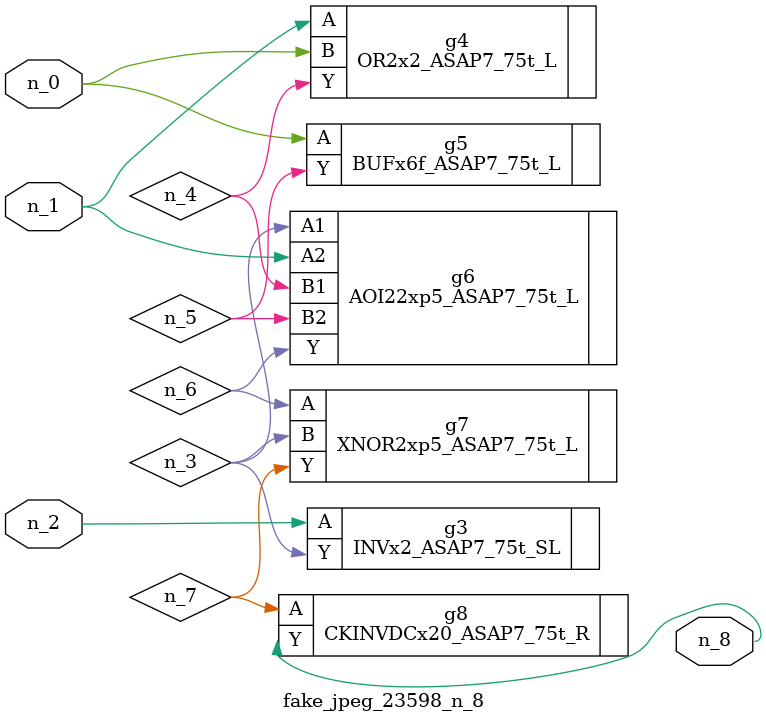
<source format=v>
module fake_jpeg_23598_n_8 (n_0, n_2, n_1, n_8);

input n_0;
input n_2;
input n_1;

output n_8;

wire n_3;
wire n_4;
wire n_6;
wire n_5;
wire n_7;

INVx2_ASAP7_75t_SL g3 ( 
.A(n_2),
.Y(n_3)
);

OR2x2_ASAP7_75t_L g4 ( 
.A(n_1),
.B(n_0),
.Y(n_4)
);

BUFx6f_ASAP7_75t_L g5 ( 
.A(n_0),
.Y(n_5)
);

AOI22xp5_ASAP7_75t_L g6 ( 
.A1(n_3),
.A2(n_1),
.B1(n_4),
.B2(n_5),
.Y(n_6)
);

XNOR2xp5_ASAP7_75t_L g7 ( 
.A(n_6),
.B(n_3),
.Y(n_7)
);

CKINVDCx20_ASAP7_75t_R g8 ( 
.A(n_7),
.Y(n_8)
);


endmodule
</source>
